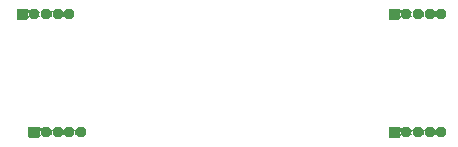
<source format=gbr>
G04 #@! TF.GenerationSoftware,KiCad,Pcbnew,(5.1.9)-1*
G04 #@! TF.CreationDate,2021-02-13T14:53:53-08:00*
G04 #@! TF.ProjectId,ufc_v4_opt,7566635f-7634-45f6-9f70-742e6b696361,rev?*
G04 #@! TF.SameCoordinates,Original*
G04 #@! TF.FileFunction,Soldermask,Bot*
G04 #@! TF.FilePolarity,Negative*
%FSLAX46Y46*%
G04 Gerber Fmt 4.6, Leading zero omitted, Abs format (unit mm)*
G04 Created by KiCad (PCBNEW (5.1.9)-1) date 2021-02-13 14:53:53*
%MOMM*%
%LPD*%
G01*
G04 APERTURE LIST*
%ADD10O,0.952000X0.952000*%
%ADD11C,0.100000*%
G04 APERTURE END LIST*
D10*
X155738000Y-83042000D03*
X154738000Y-83042000D03*
X153738000Y-83042000D03*
X152738000Y-83042000D03*
G36*
G01*
X151313000Y-82566000D02*
X152163000Y-82566000D01*
G75*
G02*
X152214000Y-82617000I0J-51000D01*
G01*
X152214000Y-83467000D01*
G75*
G02*
X152163000Y-83518000I-51000J0D01*
G01*
X151313000Y-83518000D01*
G75*
G02*
X151262000Y-83467000I0J51000D01*
G01*
X151262000Y-82617000D01*
G75*
G02*
X151313000Y-82566000I51000J0D01*
G01*
G37*
X187238000Y-83042000D03*
X186238000Y-83042000D03*
X185238000Y-83042000D03*
X184238000Y-83042000D03*
G36*
G01*
X182813000Y-82566000D02*
X183663000Y-82566000D01*
G75*
G02*
X183714000Y-82617000I0J-51000D01*
G01*
X183714000Y-83467000D01*
G75*
G02*
X183663000Y-83518000I-51000J0D01*
G01*
X182813000Y-83518000D01*
G75*
G02*
X182762000Y-83467000I0J51000D01*
G01*
X182762000Y-82617000D01*
G75*
G02*
X182813000Y-82566000I51000J0D01*
G01*
G37*
X156738000Y-93042000D03*
X155738000Y-93042000D03*
X154738000Y-93042000D03*
X153738000Y-93042000D03*
G36*
G01*
X152313000Y-92566000D02*
X153163000Y-92566000D01*
G75*
G02*
X153214000Y-92617000I0J-51000D01*
G01*
X153214000Y-93467000D01*
G75*
G02*
X153163000Y-93518000I-51000J0D01*
G01*
X152313000Y-93518000D01*
G75*
G02*
X152262000Y-93467000I0J51000D01*
G01*
X152262000Y-92617000D01*
G75*
G02*
X152313000Y-92566000I51000J0D01*
G01*
G37*
X187238000Y-93042000D03*
X186238000Y-93042000D03*
X185238000Y-93042000D03*
X184238000Y-93042000D03*
G36*
G01*
X182813000Y-92566000D02*
X183663000Y-92566000D01*
G75*
G02*
X183714000Y-92617000I0J-51000D01*
G01*
X183714000Y-93467000D01*
G75*
G02*
X183663000Y-93518000I-51000J0D01*
G01*
X182813000Y-93518000D01*
G75*
G02*
X182762000Y-93467000I0J51000D01*
G01*
X182762000Y-92617000D01*
G75*
G02*
X182813000Y-92566000I51000J0D01*
G01*
G37*
D11*
G36*
X183715990Y-92594956D02*
G01*
X183718372Y-92619143D01*
X183725372Y-92642218D01*
X183736737Y-92663482D01*
X183752032Y-92682119D01*
X183770669Y-92697414D01*
X183791933Y-92708779D01*
X183815008Y-92715779D01*
X183838999Y-92718142D01*
X183862990Y-92715779D01*
X183886065Y-92708779D01*
X183907329Y-92697414D01*
X183921373Y-92685888D01*
X183923347Y-92685562D01*
X183924615Y-92687108D01*
X183924056Y-92688848D01*
X183871601Y-92741303D01*
X183819978Y-92818562D01*
X183784420Y-92904406D01*
X183766292Y-92995543D01*
X183766292Y-93088457D01*
X183784420Y-93179594D01*
X183819978Y-93265438D01*
X183871601Y-93342697D01*
X183924056Y-93395152D01*
X183924574Y-93397084D01*
X183923160Y-93398498D01*
X183921373Y-93398112D01*
X183907329Y-93386586D01*
X183886065Y-93375221D01*
X183862990Y-93368221D01*
X183838999Y-93365858D01*
X183815008Y-93368221D01*
X183791933Y-93375221D01*
X183770669Y-93386586D01*
X183752032Y-93401881D01*
X183736737Y-93420518D01*
X183725372Y-93441782D01*
X183718372Y-93464857D01*
X183715990Y-93489044D01*
X183714825Y-93490670D01*
X183712835Y-93490474D01*
X183712000Y-93488848D01*
X183712000Y-92595152D01*
X183713000Y-92593420D01*
X183715000Y-92593420D01*
X183715990Y-92594956D01*
G37*
G36*
X153215990Y-92594956D02*
G01*
X153218372Y-92619143D01*
X153225372Y-92642218D01*
X153236737Y-92663482D01*
X153252032Y-92682119D01*
X153270669Y-92697414D01*
X153291933Y-92708779D01*
X153315008Y-92715779D01*
X153338999Y-92718142D01*
X153362990Y-92715779D01*
X153386065Y-92708779D01*
X153407329Y-92697414D01*
X153421373Y-92685888D01*
X153423347Y-92685562D01*
X153424615Y-92687108D01*
X153424056Y-92688848D01*
X153371601Y-92741303D01*
X153319978Y-92818562D01*
X153284420Y-92904406D01*
X153266292Y-92995543D01*
X153266292Y-93088457D01*
X153284420Y-93179594D01*
X153319978Y-93265438D01*
X153371601Y-93342697D01*
X153424056Y-93395152D01*
X153424574Y-93397084D01*
X153423160Y-93398498D01*
X153421373Y-93398112D01*
X153407329Y-93386586D01*
X153386065Y-93375221D01*
X153362990Y-93368221D01*
X153338999Y-93365858D01*
X153315008Y-93368221D01*
X153291933Y-93375221D01*
X153270669Y-93386586D01*
X153252032Y-93401881D01*
X153236737Y-93420518D01*
X153225372Y-93441782D01*
X153218372Y-93464857D01*
X153215990Y-93489044D01*
X153214825Y-93490670D01*
X153212835Y-93490474D01*
X153212000Y-93488848D01*
X153212000Y-92595152D01*
X153213000Y-92593420D01*
X153215000Y-92593420D01*
X153215990Y-92594956D01*
G37*
G36*
X155139508Y-92786664D02*
G01*
X155151033Y-92800708D01*
X155169670Y-92816003D01*
X155190933Y-92827369D01*
X155214008Y-92834369D01*
X155237999Y-92836732D01*
X155261990Y-92834369D01*
X155285065Y-92827369D01*
X155306329Y-92816004D01*
X155324966Y-92800709D01*
X155336492Y-92786664D01*
X155338364Y-92785960D01*
X155339910Y-92787228D01*
X155339701Y-92789044D01*
X155319978Y-92818562D01*
X155284420Y-92904406D01*
X155266292Y-92995543D01*
X155266292Y-93088457D01*
X155284420Y-93179594D01*
X155319978Y-93265438D01*
X155339701Y-93294956D01*
X155339832Y-93296952D01*
X155338169Y-93298063D01*
X155336492Y-93297336D01*
X155324967Y-93283292D01*
X155306330Y-93267997D01*
X155285067Y-93256631D01*
X155261992Y-93249631D01*
X155238001Y-93247268D01*
X155214010Y-93249631D01*
X155190935Y-93256631D01*
X155169671Y-93267996D01*
X155151034Y-93283291D01*
X155139508Y-93297336D01*
X155137636Y-93298040D01*
X155136090Y-93296772D01*
X155136299Y-93294956D01*
X155156022Y-93265438D01*
X155191580Y-93179594D01*
X155209708Y-93088457D01*
X155209708Y-92995543D01*
X155191580Y-92904406D01*
X155156022Y-92818562D01*
X155136299Y-92789044D01*
X155136168Y-92787048D01*
X155137831Y-92785937D01*
X155139508Y-92786664D01*
G37*
G36*
X184639508Y-92786664D02*
G01*
X184651033Y-92800708D01*
X184669670Y-92816003D01*
X184690933Y-92827369D01*
X184714008Y-92834369D01*
X184737999Y-92836732D01*
X184761990Y-92834369D01*
X184785065Y-92827369D01*
X184806329Y-92816004D01*
X184824966Y-92800709D01*
X184836492Y-92786664D01*
X184838364Y-92785960D01*
X184839910Y-92787228D01*
X184839701Y-92789044D01*
X184819978Y-92818562D01*
X184784420Y-92904406D01*
X184766292Y-92995543D01*
X184766292Y-93088457D01*
X184784420Y-93179594D01*
X184819978Y-93265438D01*
X184839701Y-93294956D01*
X184839832Y-93296952D01*
X184838169Y-93298063D01*
X184836492Y-93297336D01*
X184824967Y-93283292D01*
X184806330Y-93267997D01*
X184785067Y-93256631D01*
X184761992Y-93249631D01*
X184738001Y-93247268D01*
X184714010Y-93249631D01*
X184690935Y-93256631D01*
X184669671Y-93267996D01*
X184651034Y-93283291D01*
X184639508Y-93297336D01*
X184637636Y-93298040D01*
X184636090Y-93296772D01*
X184636299Y-93294956D01*
X184656022Y-93265438D01*
X184691580Y-93179594D01*
X184709708Y-93088457D01*
X184709708Y-92995543D01*
X184691580Y-92904406D01*
X184656022Y-92818562D01*
X184636299Y-92789044D01*
X184636168Y-92787048D01*
X184637831Y-92785937D01*
X184639508Y-92786664D01*
G37*
G36*
X185639508Y-92786664D02*
G01*
X185651033Y-92800708D01*
X185669670Y-92816003D01*
X185690933Y-92827369D01*
X185714008Y-92834369D01*
X185737999Y-92836732D01*
X185761990Y-92834369D01*
X185785065Y-92827369D01*
X185806329Y-92816004D01*
X185824966Y-92800709D01*
X185836492Y-92786664D01*
X185838364Y-92785960D01*
X185839910Y-92787228D01*
X185839701Y-92789044D01*
X185819978Y-92818562D01*
X185784420Y-92904406D01*
X185766292Y-92995543D01*
X185766292Y-93088457D01*
X185784420Y-93179594D01*
X185819978Y-93265438D01*
X185839701Y-93294956D01*
X185839832Y-93296952D01*
X185838169Y-93298063D01*
X185836492Y-93297336D01*
X185824967Y-93283292D01*
X185806330Y-93267997D01*
X185785067Y-93256631D01*
X185761992Y-93249631D01*
X185738001Y-93247268D01*
X185714010Y-93249631D01*
X185690935Y-93256631D01*
X185669671Y-93267996D01*
X185651034Y-93283291D01*
X185639508Y-93297336D01*
X185637636Y-93298040D01*
X185636090Y-93296772D01*
X185636299Y-93294956D01*
X185656022Y-93265438D01*
X185691580Y-93179594D01*
X185709708Y-93088457D01*
X185709708Y-92995543D01*
X185691580Y-92904406D01*
X185656022Y-92818562D01*
X185636299Y-92789044D01*
X185636168Y-92787048D01*
X185637831Y-92785937D01*
X185639508Y-92786664D01*
G37*
G36*
X156139508Y-92786664D02*
G01*
X156151033Y-92800708D01*
X156169670Y-92816003D01*
X156190933Y-92827369D01*
X156214008Y-92834369D01*
X156237999Y-92836732D01*
X156261990Y-92834369D01*
X156285065Y-92827369D01*
X156306329Y-92816004D01*
X156324966Y-92800709D01*
X156336492Y-92786664D01*
X156338364Y-92785960D01*
X156339910Y-92787228D01*
X156339701Y-92789044D01*
X156319978Y-92818562D01*
X156284420Y-92904406D01*
X156266292Y-92995543D01*
X156266292Y-93088457D01*
X156284420Y-93179594D01*
X156319978Y-93265438D01*
X156339701Y-93294956D01*
X156339832Y-93296952D01*
X156338169Y-93298063D01*
X156336492Y-93297336D01*
X156324967Y-93283292D01*
X156306330Y-93267997D01*
X156285067Y-93256631D01*
X156261992Y-93249631D01*
X156238001Y-93247268D01*
X156214010Y-93249631D01*
X156190935Y-93256631D01*
X156169671Y-93267996D01*
X156151034Y-93283291D01*
X156139508Y-93297336D01*
X156137636Y-93298040D01*
X156136090Y-93296772D01*
X156136299Y-93294956D01*
X156156022Y-93265438D01*
X156191580Y-93179594D01*
X156209708Y-93088457D01*
X156209708Y-92995543D01*
X156191580Y-92904406D01*
X156156022Y-92818562D01*
X156136299Y-92789044D01*
X156136168Y-92787048D01*
X156137831Y-92785937D01*
X156139508Y-92786664D01*
G37*
G36*
X186639508Y-92786664D02*
G01*
X186651033Y-92800708D01*
X186669670Y-92816003D01*
X186690933Y-92827369D01*
X186714008Y-92834369D01*
X186737999Y-92836732D01*
X186761990Y-92834369D01*
X186785065Y-92827369D01*
X186806329Y-92816004D01*
X186824966Y-92800709D01*
X186836492Y-92786664D01*
X186838364Y-92785960D01*
X186839910Y-92787228D01*
X186839701Y-92789044D01*
X186819978Y-92818562D01*
X186784420Y-92904406D01*
X186766292Y-92995543D01*
X186766292Y-93088457D01*
X186784420Y-93179594D01*
X186819978Y-93265438D01*
X186839701Y-93294956D01*
X186839832Y-93296952D01*
X186838169Y-93298063D01*
X186836492Y-93297336D01*
X186824967Y-93283292D01*
X186806330Y-93267997D01*
X186785067Y-93256631D01*
X186761992Y-93249631D01*
X186738001Y-93247268D01*
X186714010Y-93249631D01*
X186690935Y-93256631D01*
X186669671Y-93267996D01*
X186651034Y-93283291D01*
X186639508Y-93297336D01*
X186637636Y-93298040D01*
X186636090Y-93296772D01*
X186636299Y-93294956D01*
X186656022Y-93265438D01*
X186691580Y-93179594D01*
X186709708Y-93088457D01*
X186709708Y-92995543D01*
X186691580Y-92904406D01*
X186656022Y-92818562D01*
X186636299Y-92789044D01*
X186636168Y-92787048D01*
X186637831Y-92785937D01*
X186639508Y-92786664D01*
G37*
G36*
X154139508Y-92786664D02*
G01*
X154151033Y-92800708D01*
X154169670Y-92816003D01*
X154190933Y-92827369D01*
X154214008Y-92834369D01*
X154237999Y-92836732D01*
X154261990Y-92834369D01*
X154285065Y-92827369D01*
X154306329Y-92816004D01*
X154324966Y-92800709D01*
X154336492Y-92786664D01*
X154338364Y-92785960D01*
X154339910Y-92787228D01*
X154339701Y-92789044D01*
X154319978Y-92818562D01*
X154284420Y-92904406D01*
X154266292Y-92995543D01*
X154266292Y-93088457D01*
X154284420Y-93179594D01*
X154319978Y-93265438D01*
X154339701Y-93294956D01*
X154339832Y-93296952D01*
X154338169Y-93298063D01*
X154336492Y-93297336D01*
X154324967Y-93283292D01*
X154306330Y-93267997D01*
X154285067Y-93256631D01*
X154261992Y-93249631D01*
X154238001Y-93247268D01*
X154214010Y-93249631D01*
X154190935Y-93256631D01*
X154169671Y-93267996D01*
X154151034Y-93283291D01*
X154139508Y-93297336D01*
X154137636Y-93298040D01*
X154136090Y-93296772D01*
X154136299Y-93294956D01*
X154156022Y-93265438D01*
X154191580Y-93179594D01*
X154209708Y-93088457D01*
X154209708Y-92995543D01*
X154191580Y-92904406D01*
X154156022Y-92818562D01*
X154136299Y-92789044D01*
X154136168Y-92787048D01*
X154137831Y-92785937D01*
X154139508Y-92786664D01*
G37*
G36*
X183715990Y-82594956D02*
G01*
X183718372Y-82619143D01*
X183725372Y-82642218D01*
X183736737Y-82663482D01*
X183752032Y-82682119D01*
X183770669Y-82697414D01*
X183791933Y-82708779D01*
X183815008Y-82715779D01*
X183838999Y-82718142D01*
X183862990Y-82715779D01*
X183886065Y-82708779D01*
X183907329Y-82697414D01*
X183921373Y-82685888D01*
X183923347Y-82685562D01*
X183924615Y-82687108D01*
X183924056Y-82688848D01*
X183871601Y-82741303D01*
X183819978Y-82818562D01*
X183784420Y-82904406D01*
X183766292Y-82995543D01*
X183766292Y-83088457D01*
X183784420Y-83179594D01*
X183819978Y-83265438D01*
X183871601Y-83342697D01*
X183924056Y-83395152D01*
X183924574Y-83397084D01*
X183923160Y-83398498D01*
X183921373Y-83398112D01*
X183907329Y-83386586D01*
X183886065Y-83375221D01*
X183862990Y-83368221D01*
X183838999Y-83365858D01*
X183815008Y-83368221D01*
X183791933Y-83375221D01*
X183770669Y-83386586D01*
X183752032Y-83401881D01*
X183736737Y-83420518D01*
X183725372Y-83441782D01*
X183718372Y-83464857D01*
X183715990Y-83489044D01*
X183714825Y-83490670D01*
X183712835Y-83490474D01*
X183712000Y-83488848D01*
X183712000Y-82595152D01*
X183713000Y-82593420D01*
X183715000Y-82593420D01*
X183715990Y-82594956D01*
G37*
G36*
X152215990Y-82594956D02*
G01*
X152218372Y-82619143D01*
X152225372Y-82642218D01*
X152236737Y-82663482D01*
X152252032Y-82682119D01*
X152270669Y-82697414D01*
X152291933Y-82708779D01*
X152315008Y-82715779D01*
X152338999Y-82718142D01*
X152362990Y-82715779D01*
X152386065Y-82708779D01*
X152407329Y-82697414D01*
X152421373Y-82685888D01*
X152423347Y-82685562D01*
X152424615Y-82687108D01*
X152424056Y-82688848D01*
X152371601Y-82741303D01*
X152319978Y-82818562D01*
X152284420Y-82904406D01*
X152266292Y-82995543D01*
X152266292Y-83088457D01*
X152284420Y-83179594D01*
X152319978Y-83265438D01*
X152371601Y-83342697D01*
X152424056Y-83395152D01*
X152424574Y-83397084D01*
X152423160Y-83398498D01*
X152421373Y-83398112D01*
X152407329Y-83386586D01*
X152386065Y-83375221D01*
X152362990Y-83368221D01*
X152338999Y-83365858D01*
X152315008Y-83368221D01*
X152291933Y-83375221D01*
X152270669Y-83386586D01*
X152252032Y-83401881D01*
X152236737Y-83420518D01*
X152225372Y-83441782D01*
X152218372Y-83464857D01*
X152215990Y-83489044D01*
X152214825Y-83490670D01*
X152212835Y-83490474D01*
X152212000Y-83488848D01*
X152212000Y-82595152D01*
X152213000Y-82593420D01*
X152215000Y-82593420D01*
X152215990Y-82594956D01*
G37*
G36*
X186639508Y-82786664D02*
G01*
X186651033Y-82800708D01*
X186669670Y-82816003D01*
X186690933Y-82827369D01*
X186714008Y-82834369D01*
X186737999Y-82836732D01*
X186761990Y-82834369D01*
X186785065Y-82827369D01*
X186806329Y-82816004D01*
X186824966Y-82800709D01*
X186836492Y-82786664D01*
X186838364Y-82785960D01*
X186839910Y-82787228D01*
X186839701Y-82789044D01*
X186819978Y-82818562D01*
X186784420Y-82904406D01*
X186766292Y-82995543D01*
X186766292Y-83088457D01*
X186784420Y-83179594D01*
X186819978Y-83265438D01*
X186839701Y-83294956D01*
X186839832Y-83296952D01*
X186838169Y-83298063D01*
X186836492Y-83297336D01*
X186824967Y-83283292D01*
X186806330Y-83267997D01*
X186785067Y-83256631D01*
X186761992Y-83249631D01*
X186738001Y-83247268D01*
X186714010Y-83249631D01*
X186690935Y-83256631D01*
X186669671Y-83267996D01*
X186651034Y-83283291D01*
X186639508Y-83297336D01*
X186637636Y-83298040D01*
X186636090Y-83296772D01*
X186636299Y-83294956D01*
X186656022Y-83265438D01*
X186691580Y-83179594D01*
X186709708Y-83088457D01*
X186709708Y-82995543D01*
X186691580Y-82904406D01*
X186656022Y-82818562D01*
X186636299Y-82789044D01*
X186636168Y-82787048D01*
X186637831Y-82785937D01*
X186639508Y-82786664D01*
G37*
G36*
X155139508Y-82786664D02*
G01*
X155151033Y-82800708D01*
X155169670Y-82816003D01*
X155190933Y-82827369D01*
X155214008Y-82834369D01*
X155237999Y-82836732D01*
X155261990Y-82834369D01*
X155285065Y-82827369D01*
X155306329Y-82816004D01*
X155324966Y-82800709D01*
X155336492Y-82786664D01*
X155338364Y-82785960D01*
X155339910Y-82787228D01*
X155339701Y-82789044D01*
X155319978Y-82818562D01*
X155284420Y-82904406D01*
X155266292Y-82995543D01*
X155266292Y-83088457D01*
X155284420Y-83179594D01*
X155319978Y-83265438D01*
X155339701Y-83294956D01*
X155339832Y-83296952D01*
X155338169Y-83298063D01*
X155336492Y-83297336D01*
X155324967Y-83283292D01*
X155306330Y-83267997D01*
X155285067Y-83256631D01*
X155261992Y-83249631D01*
X155238001Y-83247268D01*
X155214010Y-83249631D01*
X155190935Y-83256631D01*
X155169671Y-83267996D01*
X155151034Y-83283291D01*
X155139508Y-83297336D01*
X155137636Y-83298040D01*
X155136090Y-83296772D01*
X155136299Y-83294956D01*
X155156022Y-83265438D01*
X155191580Y-83179594D01*
X155209708Y-83088457D01*
X155209708Y-82995543D01*
X155191580Y-82904406D01*
X155156022Y-82818562D01*
X155136299Y-82789044D01*
X155136168Y-82787048D01*
X155137831Y-82785937D01*
X155139508Y-82786664D01*
G37*
G36*
X185639508Y-82786664D02*
G01*
X185651033Y-82800708D01*
X185669670Y-82816003D01*
X185690933Y-82827369D01*
X185714008Y-82834369D01*
X185737999Y-82836732D01*
X185761990Y-82834369D01*
X185785065Y-82827369D01*
X185806329Y-82816004D01*
X185824966Y-82800709D01*
X185836492Y-82786664D01*
X185838364Y-82785960D01*
X185839910Y-82787228D01*
X185839701Y-82789044D01*
X185819978Y-82818562D01*
X185784420Y-82904406D01*
X185766292Y-82995543D01*
X185766292Y-83088457D01*
X185784420Y-83179594D01*
X185819978Y-83265438D01*
X185839701Y-83294956D01*
X185839832Y-83296952D01*
X185838169Y-83298063D01*
X185836492Y-83297336D01*
X185824967Y-83283292D01*
X185806330Y-83267997D01*
X185785067Y-83256631D01*
X185761992Y-83249631D01*
X185738001Y-83247268D01*
X185714010Y-83249631D01*
X185690935Y-83256631D01*
X185669671Y-83267996D01*
X185651034Y-83283291D01*
X185639508Y-83297336D01*
X185637636Y-83298040D01*
X185636090Y-83296772D01*
X185636299Y-83294956D01*
X185656022Y-83265438D01*
X185691580Y-83179594D01*
X185709708Y-83088457D01*
X185709708Y-82995543D01*
X185691580Y-82904406D01*
X185656022Y-82818562D01*
X185636299Y-82789044D01*
X185636168Y-82787048D01*
X185637831Y-82785937D01*
X185639508Y-82786664D01*
G37*
G36*
X184639508Y-82786664D02*
G01*
X184651033Y-82800708D01*
X184669670Y-82816003D01*
X184690933Y-82827369D01*
X184714008Y-82834369D01*
X184737999Y-82836732D01*
X184761990Y-82834369D01*
X184785065Y-82827369D01*
X184806329Y-82816004D01*
X184824966Y-82800709D01*
X184836492Y-82786664D01*
X184838364Y-82785960D01*
X184839910Y-82787228D01*
X184839701Y-82789044D01*
X184819978Y-82818562D01*
X184784420Y-82904406D01*
X184766292Y-82995543D01*
X184766292Y-83088457D01*
X184784420Y-83179594D01*
X184819978Y-83265438D01*
X184839701Y-83294956D01*
X184839832Y-83296952D01*
X184838169Y-83298063D01*
X184836492Y-83297336D01*
X184824967Y-83283292D01*
X184806330Y-83267997D01*
X184785067Y-83256631D01*
X184761992Y-83249631D01*
X184738001Y-83247268D01*
X184714010Y-83249631D01*
X184690935Y-83256631D01*
X184669671Y-83267996D01*
X184651034Y-83283291D01*
X184639508Y-83297336D01*
X184637636Y-83298040D01*
X184636090Y-83296772D01*
X184636299Y-83294956D01*
X184656022Y-83265438D01*
X184691580Y-83179594D01*
X184709708Y-83088457D01*
X184709708Y-82995543D01*
X184691580Y-82904406D01*
X184656022Y-82818562D01*
X184636299Y-82789044D01*
X184636168Y-82787048D01*
X184637831Y-82785937D01*
X184639508Y-82786664D01*
G37*
G36*
X154139508Y-82786664D02*
G01*
X154151033Y-82800708D01*
X154169670Y-82816003D01*
X154190933Y-82827369D01*
X154214008Y-82834369D01*
X154237999Y-82836732D01*
X154261990Y-82834369D01*
X154285065Y-82827369D01*
X154306329Y-82816004D01*
X154324966Y-82800709D01*
X154336492Y-82786664D01*
X154338364Y-82785960D01*
X154339910Y-82787228D01*
X154339701Y-82789044D01*
X154319978Y-82818562D01*
X154284420Y-82904406D01*
X154266292Y-82995543D01*
X154266292Y-83088457D01*
X154284420Y-83179594D01*
X154319978Y-83265438D01*
X154339701Y-83294956D01*
X154339832Y-83296952D01*
X154338169Y-83298063D01*
X154336492Y-83297336D01*
X154324967Y-83283292D01*
X154306330Y-83267997D01*
X154285067Y-83256631D01*
X154261992Y-83249631D01*
X154238001Y-83247268D01*
X154214010Y-83249631D01*
X154190935Y-83256631D01*
X154169671Y-83267996D01*
X154151034Y-83283291D01*
X154139508Y-83297336D01*
X154137636Y-83298040D01*
X154136090Y-83296772D01*
X154136299Y-83294956D01*
X154156022Y-83265438D01*
X154191580Y-83179594D01*
X154209708Y-83088457D01*
X154209708Y-82995543D01*
X154191580Y-82904406D01*
X154156022Y-82818562D01*
X154136299Y-82789044D01*
X154136168Y-82787048D01*
X154137831Y-82785937D01*
X154139508Y-82786664D01*
G37*
G36*
X153139508Y-82786664D02*
G01*
X153151033Y-82800708D01*
X153169670Y-82816003D01*
X153190933Y-82827369D01*
X153214008Y-82834369D01*
X153237999Y-82836732D01*
X153261990Y-82834369D01*
X153285065Y-82827369D01*
X153306329Y-82816004D01*
X153324966Y-82800709D01*
X153336492Y-82786664D01*
X153338364Y-82785960D01*
X153339910Y-82787228D01*
X153339701Y-82789044D01*
X153319978Y-82818562D01*
X153284420Y-82904406D01*
X153266292Y-82995543D01*
X153266292Y-83088457D01*
X153284420Y-83179594D01*
X153319978Y-83265438D01*
X153339701Y-83294956D01*
X153339832Y-83296952D01*
X153338169Y-83298063D01*
X153336492Y-83297336D01*
X153324967Y-83283292D01*
X153306330Y-83267997D01*
X153285067Y-83256631D01*
X153261992Y-83249631D01*
X153238001Y-83247268D01*
X153214010Y-83249631D01*
X153190935Y-83256631D01*
X153169671Y-83267996D01*
X153151034Y-83283291D01*
X153139508Y-83297336D01*
X153137636Y-83298040D01*
X153136090Y-83296772D01*
X153136299Y-83294956D01*
X153156022Y-83265438D01*
X153191580Y-83179594D01*
X153209708Y-83088457D01*
X153209708Y-82995543D01*
X153191580Y-82904406D01*
X153156022Y-82818562D01*
X153136299Y-82789044D01*
X153136168Y-82787048D01*
X153137831Y-82785937D01*
X153139508Y-82786664D01*
G37*
M02*

</source>
